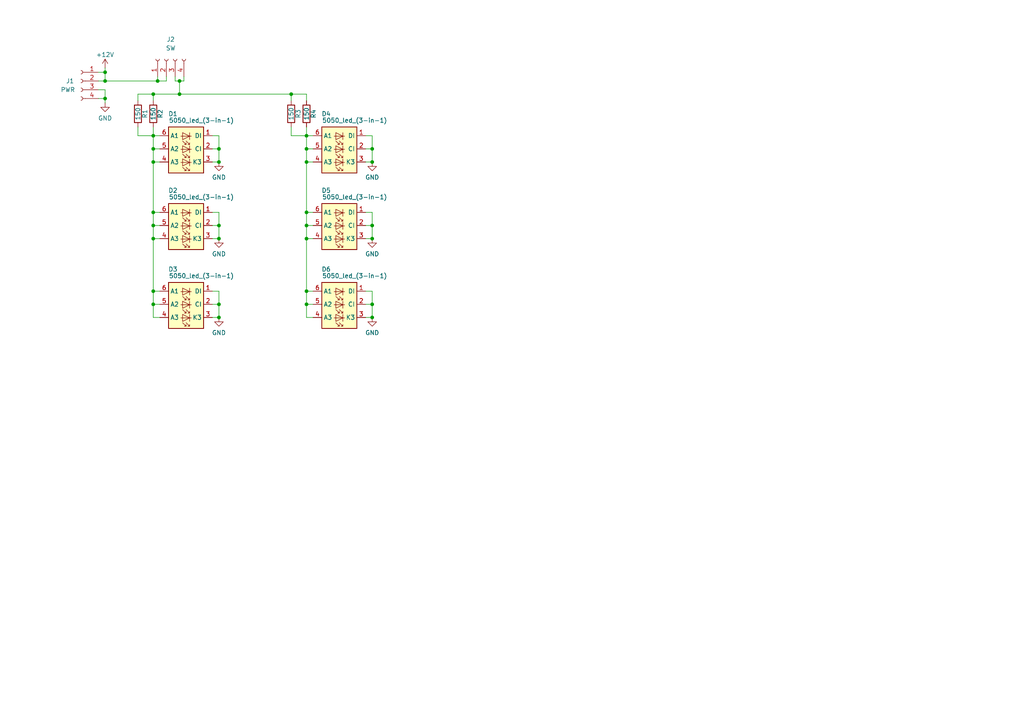
<source format=kicad_sch>
(kicad_sch (version 20211123) (generator eeschema)
  (paper "A4")
  (lib_symbols
    (symbol "Connector:Conn_01x04_Female" (pin_names (offset 1.016) hide)
      (property "Reference" "J" (at 0 5.08 0))
      (property "Value" "Conn_01x04_Female" (at 0 -7.62 0))
      (symbol "Conn_01x04_Female_1_1"
        (arc (start 0 -4.572) (mid -0.508 -5.08) (end 0 -5.588) (stroke (width 0.1524)))
        (arc (start 0 -2.032) (mid -0.508 -2.54) (end 0 -3.048) (stroke (width 0.1524)))
        (polyline (pts (xy -1.27 -5.08) (xy -0.508 -5.08)) (stroke (width 0.1524)))
        (polyline (pts (xy -1.27 -2.54) (xy -0.508 -2.54)) (stroke (width 0.1524)))
        (polyline (pts (xy -1.27 0) (xy -0.508 0)) (stroke (width 0.1524)))
        (polyline (pts (xy -1.27 2.54) (xy -0.508 2.54)) (stroke (width 0.1524)))
        (arc (start 0 0.508) (mid -0.508 0) (end 0 -0.508) (stroke (width 0.1524)))
        (arc (start 0 3.048) (mid -0.508 2.54) (end 0 2.032) (stroke (width 0.1524)))
        (pin passive line (at -5.08 2.54 0) (length 3.81) (name "Pin_1") (number "1"))
        (pin passive line (at -5.08 0 0) (length 3.81) (name "Pin_2") (number "2"))
        (pin passive line (at -5.08 -2.54 0) (length 3.81) (name "Pin_3") (number "3"))
        (pin passive line (at -5.08 -5.08 0) (length 3.81) (name "Pin_4") (number "4"))
      )
    )
    (symbol "Device:R" (pin_numbers hide) (pin_names (offset 0))
      (property "Reference" "R" (at 2.032 0 90))
      (property "Value" "R" (at 0 0 90))
      (symbol "R_0_1"
        (rectangle (start -1.016 -2.54) (end 1.016 2.54) (stroke (width 0.254)))
      )
      (symbol "R_1_1"
        (pin passive line (at 0 3.81 270) (length 1.27) (name "~") (number "1"))
        (pin passive line (at 0 -3.81 90) (length 1.27) (name "~") (number "2"))
      )
    )
    (symbol "custom:5050_led_(3-in-1)"
      (property "Reference" "D" (at 5.08 6.985 0))
      (property "Value" "5050_led_(3-in-1)" (at -8.255 -8.255 0))
      (symbol "5050_led_(3-in-1)_0_1"
        (polyline (pts (xy 0 1.27) (xy 0 1.778)))
        (polyline (pts (xy 1.016 1.27) (xy 1.016 1.778)))
        (polyline (pts (xy 1.016 4.699) (xy 1.016 2.667)))
        (polyline (pts (xy -1.524 3.683) (xy 1.016 3.683) (xy 1.524 3.683)))
        (polyline (pts (xy -1.016 2.286) (xy 0 1.27) (xy -0.508 1.27)))
        (polyline (pts (xy 0 2.286) (xy 1.016 1.27) (xy 0.508 1.27)))
        (polyline (pts (xy -1.016 4.699) (xy -1.016 2.667) (xy 1.016 3.683) (xy -1.016 4.699)))
        (rectangle (start 5.08 6.35) (end -5.08 -6.985) (stroke (width 0.254)) (fill (type background)))
      )
      (symbol "5050_led_(3-in-1)_1_1"
        (polyline (pts (xy 0 -6.35) (xy 0 -5.842)))
        (polyline (pts (xy 0 -2.54) (xy 0 -2.032)))
        (polyline (pts (xy 1.016 -6.35) (xy 1.016 -5.842)))
        (polyline (pts (xy 1.016 -2.921) (xy 1.016 -4.953)))
        (polyline (pts (xy 1.016 -2.54) (xy 1.016 -2.032)))
        (polyline (pts (xy 1.016 0.889) (xy 1.016 -1.143)))
        (polyline (pts (xy -1.524 -3.937) (xy 1.016 -3.937) (xy 1.524 -3.937)))
        (polyline (pts (xy -1.524 -0.127) (xy 1.016 -0.127) (xy 1.524 -0.127)))
        (polyline (pts (xy -1.016 -5.334) (xy 0 -6.35) (xy -0.508 -6.35)))
        (polyline (pts (xy -1.016 -1.524) (xy 0 -2.54) (xy -0.508 -2.54)))
        (polyline (pts (xy 0 -5.334) (xy 1.016 -6.35) (xy 0.508 -6.35)))
        (polyline (pts (xy 0 -1.524) (xy 1.016 -2.54) (xy 0.508 -2.54)))
        (polyline (pts (xy -1.016 -2.921) (xy -1.016 -4.953) (xy 1.016 -3.937) (xy -1.016 -2.921)))
        (polyline (pts (xy -1.016 0.889) (xy -1.016 -1.143) (xy 1.016 -0.127) (xy -1.016 0.889)))
        (pin passive line (at 7.62 3.81 180) (length 2.54) (name "DI") (number "1"))
        (pin passive line (at 7.62 0 180) (length 2.54) (name "CI") (number "2"))
        (pin passive line (at 7.62 -3.81 180) (length 2.54) (name "K3") (number "3"))
        (pin passive line (at -7.62 -3.81 0) (length 2.54) (name "A3") (number "4"))
        (pin passive line (at -7.62 0 0) (length 2.54) (name "A2") (number "5"))
        (pin passive line (at -7.62 3.81 0) (length 2.54) (name "A1") (number "6"))
      )
    )
    (symbol "power:+12V" (power) (pin_names (offset 0))
      (property "Value" "+12V" (at 0 3.556 0))
      (symbol "+12V_0_1"
        (polyline (pts (xy -0.762 1.27) (xy 0 2.54)))
        (polyline (pts (xy 0 0) (xy 0 2.54)))
        (polyline (pts (xy 0 2.54) (xy 0.762 1.27)))
      )
      (symbol "+12V_1_1"
        (pin power_in line (at 0 0 90) (length 0) hide (name "+12V") (number "1"))
      )
    )
    (symbol "power:GND" (power) (pin_names (offset 0))
      (property "Value" "GND" (at 0 -3.81 0))
      (symbol "GND_0_1"
        (polyline (pts (xy 0 0) (xy 0 -1.27) (xy 1.27 -1.27) (xy 0 -2.54) (xy -1.27 -1.27) (xy 0 -1.27)))
      )
      (symbol "GND_1_1"
        (pin power_in line (at 0 0 270) (length 0) hide (name "GND") (number "1"))
      )
    )
  )
  (junction (at 88.9 88.265))
  (junction (at 107.95 46.99))
  (junction (at 63.5 65.405))
  (junction (at 30.48 23.495))
  (junction (at 88.9 69.215))
  (junction (at 63.5 92.075))
  (junction (at 84.455 27.305))
  (junction (at 44.45 43.18))
  (junction (at 44.45 27.305))
  (junction (at 63.5 46.99))
  (junction (at 44.45 46.99))
  (junction (at 44.45 84.455))
  (junction (at 107.95 65.405))
  (junction (at 107.95 88.265))
  (junction (at 63.5 69.215))
  (junction (at 52.07 23.495))
  (junction (at 44.45 88.265))
  (junction (at 88.9 43.18))
  (junction (at 107.95 43.18))
  (junction (at 88.9 65.405))
  (junction (at 44.45 69.215))
  (junction (at 107.95 69.215))
  (junction (at 88.9 61.595))
  (junction (at 88.9 84.455))
  (junction (at 63.5 43.18))
  (junction (at 45.72 23.495))
  (junction (at 44.45 65.405))
  (junction (at 88.9 46.99))
  (junction (at 88.9 39.37))
  (junction (at 30.48 28.575))
  (junction (at 63.5 88.265))
  (junction (at 44.45 61.595))
  (junction (at 52.07 27.305))
  (junction (at 30.48 20.955))
  (junction (at 107.95 92.075))
  (junction (at 44.45 39.37))
  (wire (pts (xy 30.48 23.495) (xy 45.72 23.495)))
  (wire (pts (xy 88.9 46.99) (xy 88.9 61.595)))
  (wire (pts (xy 63.5 39.37) (xy 63.5 43.18)))
  (wire (pts (xy 46.355 69.215) (xy 44.45 69.215)))
  (wire (pts (xy 61.595 84.455) (xy 63.5 84.455)))
  (wire (pts (xy 40.005 27.305) (xy 44.45 27.305)))
  (wire (pts (xy 44.45 88.265) (xy 44.45 84.455)))
  (wire (pts (xy 48.26 23.495) (xy 45.72 23.495)))
  (wire (pts (xy 46.355 39.37) (xy 44.45 39.37)))
  (wire (pts (xy 44.45 27.305) (xy 52.07 27.305)))
  (wire (pts (xy 30.48 26.035) (xy 30.48 28.575)))
  (wire (pts (xy 63.5 84.455) (xy 63.5 88.265)))
  (wire (pts (xy 44.45 46.99) (xy 44.45 61.595)))
  (wire (pts (xy 46.355 43.18) (xy 44.45 43.18)))
  (wire (pts (xy 61.595 92.075) (xy 63.5 92.075)))
  (wire (pts (xy 40.005 29.21) (xy 40.005 27.305)))
  (wire (pts (xy 46.355 61.595) (xy 44.45 61.595)))
  (wire (pts (xy 88.9 27.305) (xy 88.9 29.21)))
  (wire (pts (xy 44.45 65.405) (xy 44.45 61.595)))
  (wire (pts (xy 44.45 29.21) (xy 44.45 27.305)))
  (wire (pts (xy 90.805 92.075) (xy 88.9 92.075)))
  (wire (pts (xy 88.9 69.215) (xy 88.9 65.405)))
  (wire (pts (xy 48.26 22.225) (xy 48.26 23.495)))
  (wire (pts (xy 107.95 43.18) (xy 107.95 46.99)))
  (wire (pts (xy 63.5 88.265) (xy 63.5 92.075)))
  (wire (pts (xy 90.805 84.455) (xy 88.9 84.455)))
  (wire (pts (xy 107.95 88.265) (xy 107.95 92.075)))
  (wire (pts (xy 50.8 23.495) (xy 52.07 23.495)))
  (wire (pts (xy 46.355 88.265) (xy 44.45 88.265)))
  (wire (pts (xy 28.575 23.495) (xy 30.48 23.495)))
  (wire (pts (xy 88.9 69.215) (xy 88.9 84.455)))
  (wire (pts (xy 107.95 65.405) (xy 107.95 69.215)))
  (wire (pts (xy 90.805 61.595) (xy 88.9 61.595)))
  (wire (pts (xy 40.005 36.83) (xy 40.005 39.37)))
  (wire (pts (xy 88.9 65.405) (xy 88.9 61.595)))
  (wire (pts (xy 61.595 39.37) (xy 63.5 39.37)))
  (wire (pts (xy 53.34 23.495) (xy 53.34 22.225)))
  (wire (pts (xy 88.9 36.83) (xy 88.9 39.37)))
  (wire (pts (xy 30.48 28.575) (xy 30.48 29.845)))
  (wire (pts (xy 106.045 92.075) (xy 107.95 92.075)))
  (wire (pts (xy 84.455 27.305) (xy 84.455 29.21)))
  (wire (pts (xy 44.45 92.075) (xy 44.45 88.265)))
  (wire (pts (xy 46.355 46.99) (xy 44.45 46.99)))
  (wire (pts (xy 88.9 88.265) (xy 88.9 84.455)))
  (wire (pts (xy 40.005 39.37) (xy 44.45 39.37)))
  (wire (pts (xy 107.95 61.595) (xy 107.95 65.405)))
  (wire (pts (xy 30.48 23.495) (xy 30.48 20.955)))
  (wire (pts (xy 88.9 92.075) (xy 88.9 88.265)))
  (wire (pts (xy 90.805 88.265) (xy 88.9 88.265)))
  (wire (pts (xy 106.045 61.595) (xy 107.95 61.595)))
  (wire (pts (xy 61.595 61.595) (xy 63.5 61.595)))
  (wire (pts (xy 90.805 69.215) (xy 88.9 69.215)))
  (wire (pts (xy 52.07 27.305) (xy 84.455 27.305)))
  (wire (pts (xy 106.045 39.37) (xy 107.95 39.37)))
  (wire (pts (xy 90.805 39.37) (xy 88.9 39.37)))
  (wire (pts (xy 44.45 36.83) (xy 44.45 39.37)))
  (wire (pts (xy 84.455 36.83) (xy 84.455 39.37)))
  (wire (pts (xy 45.72 22.225) (xy 45.72 23.495)))
  (wire (pts (xy 28.575 28.575) (xy 30.48 28.575)))
  (wire (pts (xy 106.045 69.215) (xy 107.95 69.215)))
  (wire (pts (xy 61.595 43.18) (xy 63.5 43.18)))
  (wire (pts (xy 90.805 46.99) (xy 88.9 46.99)))
  (wire (pts (xy 52.07 23.495) (xy 53.34 23.495)))
  (wire (pts (xy 61.595 46.99) (xy 63.5 46.99)))
  (wire (pts (xy 107.95 84.455) (xy 107.95 88.265)))
  (wire (pts (xy 30.48 20.955) (xy 30.48 19.685)))
  (wire (pts (xy 88.9 46.99) (xy 88.9 43.18)))
  (wire (pts (xy 107.95 39.37) (xy 107.95 43.18)))
  (wire (pts (xy 106.045 84.455) (xy 107.95 84.455)))
  (wire (pts (xy 44.45 69.215) (xy 44.45 65.405)))
  (wire (pts (xy 61.595 88.265) (xy 63.5 88.265)))
  (wire (pts (xy 61.595 69.215) (xy 63.5 69.215)))
  (wire (pts (xy 106.045 88.265) (xy 107.95 88.265)))
  (wire (pts (xy 44.45 69.215) (xy 44.45 84.455)))
  (wire (pts (xy 63.5 65.405) (xy 63.5 69.215)))
  (wire (pts (xy 90.805 65.405) (xy 88.9 65.405)))
  (wire (pts (xy 90.805 43.18) (xy 88.9 43.18)))
  (wire (pts (xy 88.9 39.37) (xy 88.9 43.18)))
  (wire (pts (xy 28.575 20.955) (xy 30.48 20.955)))
  (wire (pts (xy 28.575 26.035) (xy 30.48 26.035)))
  (wire (pts (xy 61.595 65.405) (xy 63.5 65.405)))
  (wire (pts (xy 46.355 65.405) (xy 44.45 65.405)))
  (wire (pts (xy 84.455 39.37) (xy 88.9 39.37)))
  (wire (pts (xy 46.355 84.455) (xy 44.45 84.455)))
  (wire (pts (xy 63.5 43.18) (xy 63.5 46.99)))
  (wire (pts (xy 52.07 27.305) (xy 52.07 23.495)))
  (wire (pts (xy 106.045 43.18) (xy 107.95 43.18)))
  (wire (pts (xy 106.045 65.405) (xy 107.95 65.405)))
  (wire (pts (xy 46.355 92.075) (xy 44.45 92.075)))
  (wire (pts (xy 63.5 61.595) (xy 63.5 65.405)))
  (wire (pts (xy 106.045 46.99) (xy 107.95 46.99)))
  (wire (pts (xy 84.455 27.305) (xy 88.9 27.305)))
  (wire (pts (xy 50.8 22.225) (xy 50.8 23.495)))
  (wire (pts (xy 44.45 46.99) (xy 44.45 43.18)))
  (wire (pts (xy 44.45 39.37) (xy 44.45 43.18)))
  (symbol (lib_id "custom:5050_led_(3-in-1)") (at 98.425 65.405 0) (unit 1)
    (property "Reference" "D5" (at 94.615 55.245 0))
    (property "Value" "5050_led_(3-in-1)" (at 102.87 57.15 0))
    (property "Footprint" "LED_SMD:LED_RGB_5050-6" (effects hide))
    (property "Datasheet" "http://www.led-color.com/upload/201506/APA102%20LED.pdf" (effects hide))
  )
  (symbol (lib_id "custom:5050_led_(3-in-1)") (at 98.425 43.18 0) (unit 1)
    (property "Reference" "D4" (at 94.615 33.02 0))
    (property "Value" "5050_led_(3-in-1)" (at 102.87 34.925 0))
    (property "Footprint" "LED_SMD:LED_RGB_5050-6" (effects hide))
    (property "Datasheet" "http://www.led-color.com/upload/201506/APA102%20LED.pdf" (effects hide))
  )
  (symbol (lib_id "custom:5050_led_(3-in-1)") (at 53.975 65.405 0) (unit 1)
    (property "Reference" "D2" (at 50.165 55.245 0))
    (property "Value" "5050_led_(3-in-1)" (at 58.42 57.15 0))
    (property "Footprint" "LED_SMD:LED_RGB_5050-6" (effects hide))
    (property "Datasheet" "http://www.led-color.com/upload/201506/APA102%20LED.pdf" (effects hide))
  )
  (symbol (lib_id "Device:R") (at 44.45 33.02 0) (unit 1)
    (property "Reference" "R2" (at 46.482 33.02 90))
    (property "Value" "150" (at 44.45 33.02 90))
    (property "Footprint" "Resistor_SMD:R_1206_3216Metric" (effects hide))
  )
  (symbol (lib_id "custom:5050_led_(3-in-1)") (at 53.975 88.265 0) (unit 1)
    (property "Reference" "D3" (at 50.165 78.105 0))
    (property "Value" "5050_led_(3-in-1)" (at 58.42 80.01 0))
    (property "Footprint" "LED_SMD:LED_RGB_5050-6" (effects hide))
    (property "Datasheet" "http://www.led-color.com/upload/201506/APA102%20LED.pdf" (effects hide))
  )
  (symbol (lib_id "custom:5050_led_(3-in-1)") (at 98.425 88.265 0) (unit 1)
    (property "Reference" "D6" (at 94.615 78.105 0))
    (property "Value" "5050_led_(3-in-1)" (at 102.87 80.01 0))
    (property "Footprint" "LED_SMD:LED_RGB_5050-6" (effects hide))
    (property "Datasheet" "http://www.led-color.com/upload/201506/APA102%20LED.pdf" (effects hide))
  )
  (symbol (lib_id "Device:R") (at 88.9 33.02 0) (unit 1)
    (property "Reference" "R4" (at 90.932 33.02 90))
    (property "Value" "150" (at 88.9 33.02 90))
    (property "Footprint" "Resistor_SMD:R_1206_3216Metric" (effects hide))
  )
  (symbol (lib_id "power:GND") (at 63.5 92.075 0) (unit 1)
    (property "Reference" "#PWR05" (effects hide))
    (property "Value" "GND" (at 63.5 96.52 0))
  )
  (symbol (lib_id "power:GND") (at 63.5 46.99 0) (unit 1)
    (property "Reference" "#PWR03" (effects hide))
    (property "Value" "GND" (at 63.5 51.435 0))
  )
  (symbol (lib_id "Connector:Conn_01x04_Female") (at 48.26 17.145 90) (unit 1)
    (property "Reference" "J2" (at 49.53 11.43 90))
    (property "Value" "SW" (at 49.53 13.97 90))
    (property "Footprint" "Connector_PinHeader_2.54mm:PinHeader_1x04_P2.54mm_Vertical" (effects hide))
  )
  (symbol (lib_id "custom:5050_led_(3-in-1)") (at 53.975 43.18 0) (unit 1)
    (property "Reference" "D1" (at 50.165 33.02 0))
    (property "Value" "5050_led_(3-in-1)" (at 58.42 34.925 0))
    (property "Footprint" "LED_SMD:LED_RGB_5050-6" (effects hide))
    (property "Datasheet" "http://www.led-color.com/upload/201506/APA102%20LED.pdf" (effects hide))
  )
  (symbol (lib_id "power:GND") (at 63.5 69.215 0) (unit 1)
    (property "Reference" "#PWR04" (effects hide))
    (property "Value" "GND" (at 63.5 73.66 0))
  )
  (symbol (lib_id "Connector:Conn_01x04_Female") (at 23.495 23.495 0) (mirror y) (unit 1)
    (property "Reference" "J1" (at 20.32 23.495 0))
    (property "Value" "PWR" (at 19.685 26.035 0))
    (property "Footprint" "Connector_PinHeader_2.54mm:PinHeader_1x04_P2.54mm_Vertical" (effects hide))
  )
  (symbol (lib_id "power:+12V") (at 30.48 19.685 0) (unit 1)
    (property "Reference" "#PWR01" (effects hide))
    (property "Value" "+12V" (at 30.48 15.875 0))
  )
  (symbol (lib_id "power:GND") (at 107.95 46.99 0) (unit 1)
    (property "Reference" "#PWR06" (effects hide))
    (property "Value" "GND" (at 107.95 51.435 0))
  )
  (symbol (lib_id "Device:R") (at 40.005 33.02 0) (unit 1)
    (property "Reference" "R1" (at 42.037 33.02 90))
    (property "Value" "150" (at 40.005 33.02 90))
    (property "Footprint" "Resistor_SMD:R_1206_3216Metric" (effects hide))
  )
  (symbol (lib_id "power:GND") (at 107.95 69.215 0) (unit 1)
    (property "Reference" "#PWR07" (effects hide))
    (property "Value" "GND" (at 107.95 73.66 0))
  )
  (symbol (lib_id "power:GND") (at 107.95 92.075 0) (unit 1)
    (property "Reference" "#PWR08" (effects hide))
    (property "Value" "GND" (at 107.95 96.52 0))
  )
  (symbol (lib_id "Device:R") (at 84.455 33.02 0) (unit 1)
    (property "Reference" "R3" (at 86.487 33.02 90))
    (property "Value" "150" (at 84.455 33.02 90))
    (property "Footprint" "Resistor_SMD:R_1206_3216Metric" (effects hide))
  )
  (symbol (lib_id "power:GND") (at 30.48 29.845 0) (unit 1)
    (property "Reference" "#PWR02" (effects hide))
    (property "Value" "GND" (at 30.48 34.29 0))
  )
)
</source>
